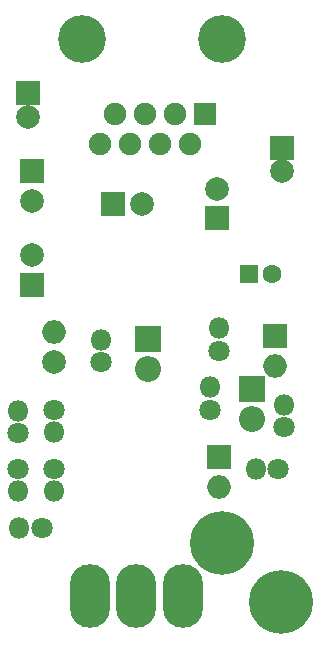
<source format=gbs>
G04 #@! TF.FileFunction,Soldermask,Bot*
%FSLAX46Y46*%
G04 Gerber Fmt 4.6, Leading zero omitted, Abs format (unit mm)*
G04 Created by KiCad (PCBNEW 4.0.6) date 02/28/19 03:31:16*
%MOMM*%
%LPD*%
G01*
G04 APERTURE LIST*
%ADD10C,0.100000*%
%ADD11C,5.401260*%
%ADD12C,4.050000*%
%ADD13R,1.900000X1.900000*%
%ADD14C,1.900000*%
%ADD15O,3.399740X5.401260*%
%ADD16R,2.000000X2.000000*%
%ADD17C,2.000000*%
%ADD18R,1.600000X1.600000*%
%ADD19C,1.600000*%
%ADD20O,2.000000X2.000000*%
%ADD21R,2.200000X2.200000*%
%ADD22O,2.200000X2.200000*%
%ADD23C,1.800000*%
%ADD24O,1.800000X1.800000*%
G04 APERTURE END LIST*
D10*
D11*
X164050000Y-119050000D03*
X159050000Y-114050000D03*
D12*
X147220000Y-71450000D03*
X159090000Y-71450000D03*
D13*
X157600000Y-77800000D03*
D14*
X156330000Y-80340000D03*
X155060000Y-77800000D03*
X153790000Y-80340000D03*
X152520000Y-77800000D03*
X151250000Y-80340000D03*
X149980000Y-77800000D03*
X148710000Y-80340000D03*
D15*
X155759860Y-118550000D03*
X151800000Y-118550000D03*
X147840140Y-118550000D03*
D16*
X164100000Y-80600000D03*
D17*
X164100000Y-82600000D03*
D18*
X161300000Y-91300000D03*
D19*
X163300000Y-91300000D03*
D16*
X158800000Y-106800000D03*
D20*
X158800000Y-109340000D03*
D16*
X142600000Y-76000000D03*
D17*
X142600000Y-78000000D03*
D16*
X143000000Y-82600000D03*
D17*
X143000000Y-85100000D03*
D16*
X149800000Y-85400000D03*
D17*
X152300000Y-85400000D03*
D16*
X158600000Y-86600000D03*
D17*
X158600000Y-84100000D03*
D16*
X143000000Y-92200000D03*
D17*
X143000000Y-89700000D03*
D21*
X161550000Y-101050000D03*
D22*
X161550000Y-103590000D03*
D21*
X152800000Y-96800000D03*
D22*
X152800000Y-99340000D03*
D16*
X163550000Y-96550000D03*
D20*
X163550000Y-99090000D03*
D17*
X144800000Y-98800000D03*
D20*
X144800000Y-96260000D03*
D23*
X144800000Y-107800000D03*
D24*
X144800000Y-109700000D03*
D23*
X143800000Y-112800000D03*
D24*
X141900000Y-112800000D03*
D23*
X158050000Y-102800000D03*
D24*
X158050000Y-100900000D03*
D23*
X141800000Y-104800000D03*
D24*
X141800000Y-102900000D03*
D23*
X158800000Y-97800000D03*
D24*
X158800000Y-95900000D03*
D23*
X163800000Y-107800000D03*
D24*
X161900000Y-107800000D03*
D23*
X144800000Y-102800000D03*
D24*
X144800000Y-104700000D03*
D23*
X164300000Y-104300000D03*
D24*
X164300000Y-102400000D03*
D23*
X141800000Y-107800000D03*
D24*
X141800000Y-109700000D03*
D23*
X148800000Y-98800000D03*
D24*
X148800000Y-96900000D03*
M02*

</source>
